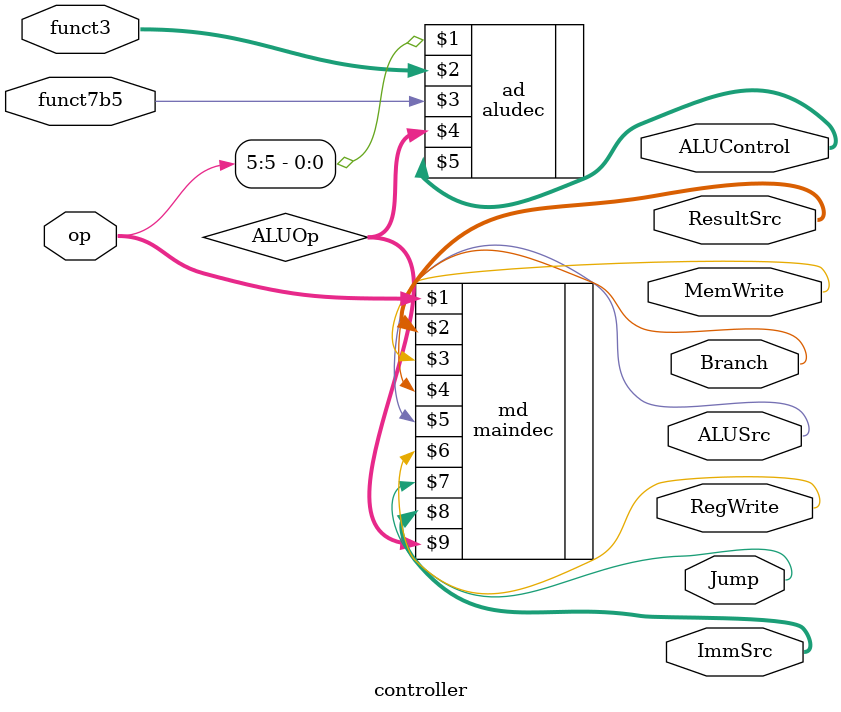
<source format=sv>
`timescale 1ns / 1ps


module controller(input  logic [6:0] op,
                  input  logic [2:0] funct3,
                  input  logic       funct7b5,
                  output logic [1:0] ResultSrc,
                  output logic       MemWrite,
                  output logic       Branch, ALUSrc,
                  output logic       RegWrite, Jump,
                  output logic [1:0] ImmSrc,
                  output logic [2:0] ALUControl);

  logic [1:0] ALUOp;
  logic       Branch;

  maindec md(op, ResultSrc, MemWrite, Branch,
             ALUSrc, RegWrite, Jump, ImmSrc, ALUOp);
  aludec  ad(op[5], funct3, funct7b5, ALUOp, ALUControl);

endmodule
</source>
